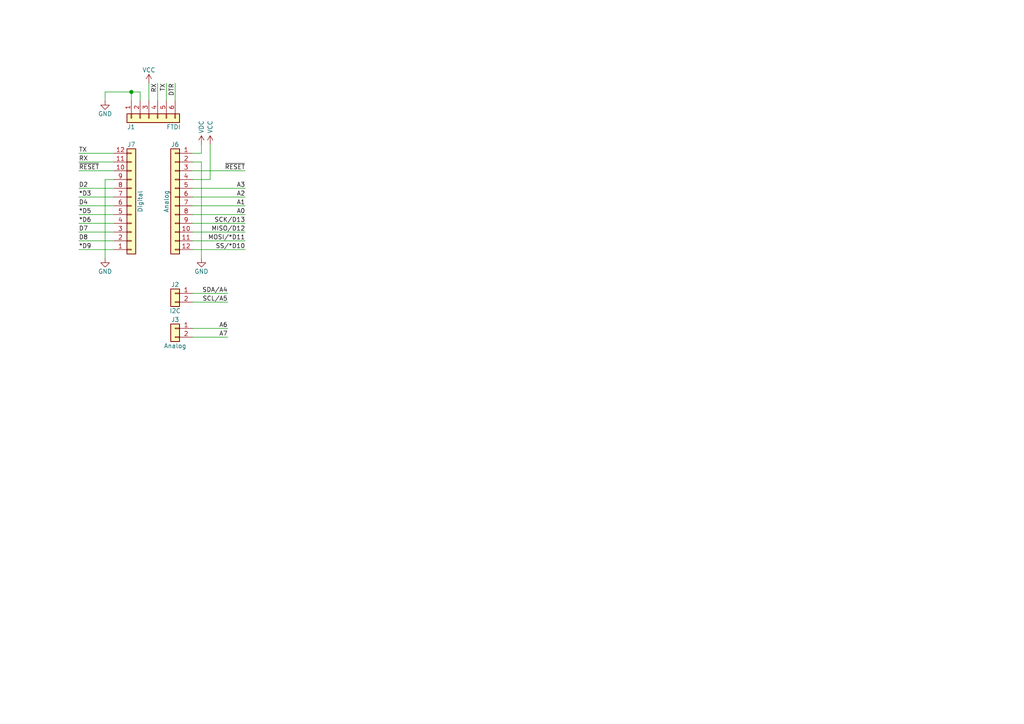
<source format=kicad_sch>
(kicad_sch (version 20231120) (generator "eeschema") (generator_version "8.0")
  (paper "A4")
  (title_block (date "sam. 04 avril 2015"))
  (lib_symbols
    (symbol "Connector_Generic:Conn_01x02" (pin_names (offset 1.016) hide)
      (property "Reference" "J" (at 0 2.54 0))
      (property "Value" "Conn_01x02" (at 0 -5.08 0))
      (symbol "Conn_01x02_1_1"
        (rectangle (start -1.27 -2.413) (end 0 -2.667) (stroke (width 0.1524)))
        (rectangle (start -1.27 0.127) (end 0 -0.127) (stroke (width 0.1524)))
        (rectangle (start -1.27 1.27) (end 1.27 -3.81) (stroke (width 0.254)) (fill (type background)))
        (pin passive line (at -5.08 0 0) (length 3.81) (name "Pin_1") (number "1"))
        (pin passive line (at -5.08 -2.54 0) (length 3.81) (name "Pin_2") (number "2"))
      )
    )
    (symbol "Connector_Generic:Conn_01x06" (pin_names (offset 1.016) hide)
      (property "Reference" "J" (at 0 7.62 0))
      (property "Value" "Conn_01x06" (at 0 -10.16 0))
      (symbol "Conn_01x06_1_1"
        (rectangle (start -1.27 -7.493) (end 0 -7.747) (stroke (width 0.1524)))
        (rectangle (start -1.27 -4.953) (end 0 -5.207) (stroke (width 0.1524)))
        (rectangle (start -1.27 -2.413) (end 0 -2.667) (stroke (width 0.1524)))
        (rectangle (start -1.27 0.127) (end 0 -0.127) (stroke (width 0.1524)))
        (rectangle (start -1.27 2.667) (end 0 2.413) (stroke (width 0.1524)))
        (rectangle (start -1.27 5.207) (end 0 4.953) (stroke (width 0.1524)))
        (rectangle (start -1.27 6.35) (end 1.27 -8.89) (stroke (width 0.254)) (fill (type background)))
        (pin passive line (at -5.08 5.08 0) (length 3.81) (name "Pin_1") (number "1"))
        (pin passive line (at -5.08 2.54 0) (length 3.81) (name "Pin_2") (number "2"))
        (pin passive line (at -5.08 0 0) (length 3.81) (name "Pin_3") (number "3"))
        (pin passive line (at -5.08 -2.54 0) (length 3.81) (name "Pin_4") (number "4"))
        (pin passive line (at -5.08 -5.08 0) (length 3.81) (name "Pin_5") (number "5"))
        (pin passive line (at -5.08 -7.62 0) (length 3.81) (name "Pin_6") (number "6"))
      )
    )
    (symbol "Connector_Generic:Conn_01x12" (pin_names (offset 1.016) hide)
      (property "Reference" "J" (at 0 15.24 0))
      (property "Value" "Conn_01x12" (at 0 -17.78 0))
      (symbol "Conn_01x12_1_1"
        (rectangle (start -1.27 -15.113) (end 0 -15.367) (stroke (width 0.1524)))
        (rectangle (start -1.27 -12.573) (end 0 -12.827) (stroke (width 0.1524)))
        (rectangle (start -1.27 -10.033) (end 0 -10.287) (stroke (width 0.1524)))
        (rectangle (start -1.27 -7.493) (end 0 -7.747) (stroke (width 0.1524)))
        (rectangle (start -1.27 -4.953) (end 0 -5.207) (stroke (width 0.1524)))
        (rectangle (start -1.27 -2.413) (end 0 -2.667) (stroke (width 0.1524)))
        (rectangle (start -1.27 0.127) (end 0 -0.127) (stroke (width 0.1524)))
        (rectangle (start -1.27 2.667) (end 0 2.413) (stroke (width 0.1524)))
        (rectangle (start -1.27 5.207) (end 0 4.953) (stroke (width 0.1524)))
        (rectangle (start -1.27 7.747) (end 0 7.493) (stroke (width 0.1524)))
        (rectangle (start -1.27 10.287) (end 0 10.033) (stroke (width 0.1524)))
        (rectangle (start -1.27 12.827) (end 0 12.573) (stroke (width 0.1524)))
        (rectangle (start -1.27 13.97) (end 1.27 -16.51) (stroke (width 0.254)) (fill (type background)))
        (pin passive line (at -5.08 12.7 0) (length 3.81) (name "Pin_1") (number "1"))
        (pin passive line (at -5.08 -10.16 0) (length 3.81) (name "Pin_10") (number "10"))
        (pin passive line (at -5.08 -12.7 0) (length 3.81) (name "Pin_11") (number "11"))
        (pin passive line (at -5.08 -15.24 0) (length 3.81) (name "Pin_12") (number "12"))
        (pin passive line (at -5.08 10.16 0) (length 3.81) (name "Pin_2") (number "2"))
        (pin passive line (at -5.08 7.62 0) (length 3.81) (name "Pin_3") (number "3"))
        (pin passive line (at -5.08 5.08 0) (length 3.81) (name "Pin_4") (number "4"))
        (pin passive line (at -5.08 2.54 0) (length 3.81) (name "Pin_5") (number "5"))
        (pin passive line (at -5.08 0 0) (length 3.81) (name "Pin_6") (number "6"))
        (pin passive line (at -5.08 -2.54 0) (length 3.81) (name "Pin_7") (number "7"))
        (pin passive line (at -5.08 -5.08 0) (length 3.81) (name "Pin_8") (number "8"))
        (pin passive line (at -5.08 -7.62 0) (length 3.81) (name "Pin_9") (number "9"))
      )
    )
    (symbol "power:GND" (power) (pin_names (offset 0))
      (property "Value" "GND" (at 0 -3.81 0))
      (symbol "GND_0_1"
        (polyline (pts (xy 0 0) (xy 0 -1.27) (xy 1.27 -1.27) (xy 0 -2.54) (xy -1.27 -1.27) (xy 0 -1.27)))
      )
      (symbol "GND_1_1"
        (pin power_in line (at 0 0 270) (length 0) hide (name "GND") (number "1"))
      )
    )
    (symbol "power:VCC" (power) (pin_names (offset 0))
      (property "Value" "VCC" (at 0 3.81 0))
      (symbol "VCC_0_1"
        (polyline (pts (xy -0.762 1.27) (xy 0 2.54)))
        (polyline (pts (xy 0 0) (xy 0 2.54)))
        (polyline (pts (xy 0 2.54) (xy 0.762 1.27)))
      )
      (symbol "VCC_1_1"
        (pin power_in line (at 0 0 90) (length 0) hide (name "VCC") (number "1"))
      )
    )
    (symbol "power:VDC" (power) (pin_names (offset 0))
      (property "Value" "VDC" (at 0 6.35 0))
      (symbol "VDC_0_1"
        (polyline (pts (xy -0.762 1.27) (xy 0 2.54)))
        (polyline (pts (xy 0 0) (xy 0 2.54)))
        (polyline (pts (xy 0 2.54) (xy 0.762 1.27)))
      )
      (symbol "VDC_1_1"
        (pin power_in line (at 0 0 90) (length 0) hide (name "VDC") (number "1"))
      )
    )
  )
  (junction (at 38.1 26.67) (diameter 1.016))
  (wire (pts (xy 48.26 24.13) (xy 48.26 29.21)))
  (wire (pts (xy 55.88 44.45) (xy 58.42 44.45)))
  (wire (pts (xy 58.42 41.91) (xy 58.42 44.45)))
  (wire (pts (xy 22.86 69.85) (xy 33.02 69.85)))
  (wire (pts (xy 30.48 52.07) (xy 30.48 74.93)))
  (wire (pts (xy 55.88 59.69) (xy 71.12 59.69)))
  (wire (pts (xy 55.88 97.79) (xy 66.04 97.79)))
  (wire (pts (xy 55.88 72.39) (xy 71.12 72.39)))
  (wire (pts (xy 55.88 69.85) (xy 71.12 69.85)))
  (wire (pts (xy 58.42 46.99) (xy 58.42 74.93)))
  (wire (pts (xy 38.1 26.67) (xy 38.1 29.21)))
  (wire (pts (xy 55.88 54.61) (xy 71.12 54.61)))
  (wire (pts (xy 55.88 57.15) (xy 71.12 57.15)))
  (wire (pts (xy 60.96 41.91) (xy 60.96 52.07)))
  (wire (pts (xy 30.48 26.67) (xy 30.48 29.21)))
  (wire (pts (xy 22.86 46.99) (xy 33.02 46.99)))
  (wire (pts (xy 55.88 52.07) (xy 60.96 52.07)))
  (wire (pts (xy 22.86 57.15) (xy 33.02 57.15)))
  (wire (pts (xy 22.86 44.45) (xy 33.02 44.45)))
  (wire (pts (xy 30.48 52.07) (xy 33.02 52.07)))
  (wire (pts (xy 55.88 85.09) (xy 66.04 85.09)))
  (wire (pts (xy 55.88 62.23) (xy 71.12 62.23)))
  (wire (pts (xy 55.88 67.31) (xy 71.12 67.31)))
  (wire (pts (xy 43.18 24.13) (xy 43.18 29.21)))
  (wire (pts (xy 22.86 54.61) (xy 33.02 54.61)))
  (wire (pts (xy 22.86 72.39) (xy 33.02 72.39)))
  (wire (pts (xy 30.48 26.67) (xy 38.1 26.67)))
  (wire (pts (xy 40.64 26.67) (xy 38.1 26.67)))
  (wire (pts (xy 40.64 29.21) (xy 40.64 26.67)))
  (wire (pts (xy 22.86 59.69) (xy 33.02 59.69)))
  (wire (pts (xy 55.88 49.53) (xy 71.12 49.53)))
  (wire (pts (xy 22.86 64.77) (xy 33.02 64.77)))
  (wire (pts (xy 22.86 62.23) (xy 33.02 62.23)))
  (wire (pts (xy 55.88 95.25) (xy 66.04 95.25)))
  (wire (pts (xy 22.86 67.31) (xy 33.02 67.31)))
  (wire (pts (xy 55.88 87.63) (xy 66.04 87.63)))
  (wire (pts (xy 55.88 64.77) (xy 71.12 64.77)))
  (wire (pts (xy 45.72 24.13) (xy 45.72 29.21)))
  (wire (pts (xy 55.88 46.99) (xy 58.42 46.99)))
  (wire (pts (xy 50.8 24.13) (xy 50.8 29.21)))
  (wire (pts (xy 22.86 49.53) (xy 33.02 49.53)))
  (label "D4" (at 22.86 59.69 0))
  (label "MISO{slash}D12" (at 71.12 67.31 180))
  (label "TX" (at 22.86 44.45 0))
  (label "A2" (at 71.12 57.15 180))
  (label "A0" (at 71.12 62.23 180))
  (label "MOSI{slash}*D11" (at 71.12 69.85 180))
  (label "SDA{slash}A4" (at 66.04 85.09 180))
  (label "*D3" (at 22.86 57.15 0))
  (label "D2" (at 22.86 54.61 0))
  (label "*D5" (at 22.86 62.23 0))
  (label "*D6" (at 22.86 64.77 0))
  (label "D8" (at 22.86 69.85 0))
  (label "*D9" (at 22.86 72.39 0))
  (label "~{RESET}" (at 71.12 49.53 180))
  (label "A1" (at 71.12 59.69 180))
  (label "RX" (at 22.86 46.99 0))
  (label "A6" (at 66.04 95.25 180))
  (label "RX" (at 45.72 24.13 270))
  (label "TX" (at 48.26 24.13 270))
  (label "DTR" (at 50.8 24.13 270))
  (label "D7" (at 22.86 67.31 0))
  (label "A3" (at 71.12 54.61 180))
  (label "~{RESET}" (at 22.86 49.53 0))
  (label "SCL{slash}A5" (at 66.04 87.63 180))
  (label "SS{slash}*D10" (at 71.12 72.39 180))
  (label "SCK{slash}D13" (at 71.12 64.77 180))
  (label "A7" (at 66.04 97.79 180))
  (symbol (lib_id "Connector_Generic:Conn_01x12") (at 38.1 59.69 0) (mirror x) (unit 1)
    (property "Reference" "J7" (at 38.1 41.91 0))
    (property "Value" "Digital" (at 40.64 58.42 90))
    (property "Footprint" "Connector_PinHeader_2.54mm:PinHeader_1x12_P2.54mm_Vertical" (effects (hide yes)))
  )
  (symbol (lib_id "Connector_Generic:Conn_01x12") (at 50.8 57.15 0) (mirror y) (unit 1)
    (property "Reference" "J6" (at 50.8 41.91 0))
    (property "Value" "Analog" (at 48.26 58.42 90))
    (property "Footprint" "Connector_PinHeader_2.54mm:PinHeader_1x12_P2.54mm_Vertical" (effects (hide yes)))
  )
  (symbol (lib_id "power:VCC") (at 43.18 24.13 0) (unit 1)
    (property "Reference" "#PWR0101" (effects (hide yes)))
    (property "Value" "VCC" (at 43.18 20.32 0))
  )
  (symbol (lib_id "power:GND") (at 58.42 74.93 0) (unit 1)
    (property "Reference" "#PWR0106" (effects (hide yes)))
    (property "Value" "GND" (at 58.42 78.74 0))
  )
  (symbol (lib_id "Connector_Generic:Conn_01x02") (at 50.8 95.25 0) (mirror y) (unit 1)
    (property "Reference" "J3" (at 50.8 92.71 0))
    (property "Value" "Analog" (at 50.8 100.33 0))
    (property "Footprint" "Connector_PinHeader_2.54mm:PinHeader_1x02_P2.54mm_Vertical" (effects (hide yes)))
  )
  (symbol (lib_id "power:GND") (at 30.48 74.93 0) (unit 1)
    (property "Reference" "#PWR0105" (effects (hide yes)))
    (property "Value" "GND" (at 30.48 78.74 0))
  )
  (symbol (lib_id "power:VDC") (at 58.42 41.91 0) (unit 1)
    (property "Reference" "#PWR0103" (effects (hide yes)))
    (property "Value" "VDC" (at 58.42 36.83 90))
  )
  (symbol (lib_id "Connector_Generic:Conn_01x06") (at 43.18 34.29 90) (mirror x) (unit 1)
    (property "Reference" "J1" (at 36.83 36.83 90) (effects (justify right)))
    (property "Value" "FTDI" (at 48.26 36.83 90) (effects (justify right)))
    (property "Footprint" "Connector_PinHeader_2.54mm:PinHeader_1x06_P2.54mm_Horizontal" (effects (hide yes)))
  )
  (symbol (lib_id "power:VCC") (at 60.96 41.91 0) (unit 1)
    (property "Reference" "#PWR0102" (effects (hide yes)))
    (property "Value" "VCC" (at 60.96 36.83 90))
  )
  (symbol (lib_id "power:GND") (at 30.48 29.21 0) (unit 1)
    (property "Reference" "#PWR0104" (effects (hide yes)))
    (property "Value" "GND" (at 30.48 33.02 0))
  )
  (symbol (lib_id "Connector_Generic:Conn_01x02") (at 50.8 85.09 0) (mirror y) (unit 1)
    (property "Reference" "J2" (at 50.8 82.55 0))
    (property "Value" "I2C" (at 50.8 90.17 0))
    (property "Footprint" "Connector_PinHeader_2.54mm:PinHeader_1x02_P2.54mm_Vertical" (effects (hide yes)))
  )
)
</source>
